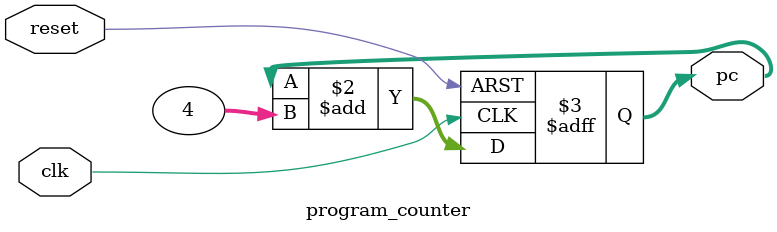
<source format=v>
`timescale 1ns / 1ps

module program_counter (
    input  wire clk,
    input  wire reset,
    output reg  [31:0] pc
);
    always @(posedge clk or posedge reset) begin
        if (reset)
            pc <= 32'b0;
        else
            pc <= pc + 4; // avanza a la siguiente instrucción (word aligned)
    end
endmodule

</source>
